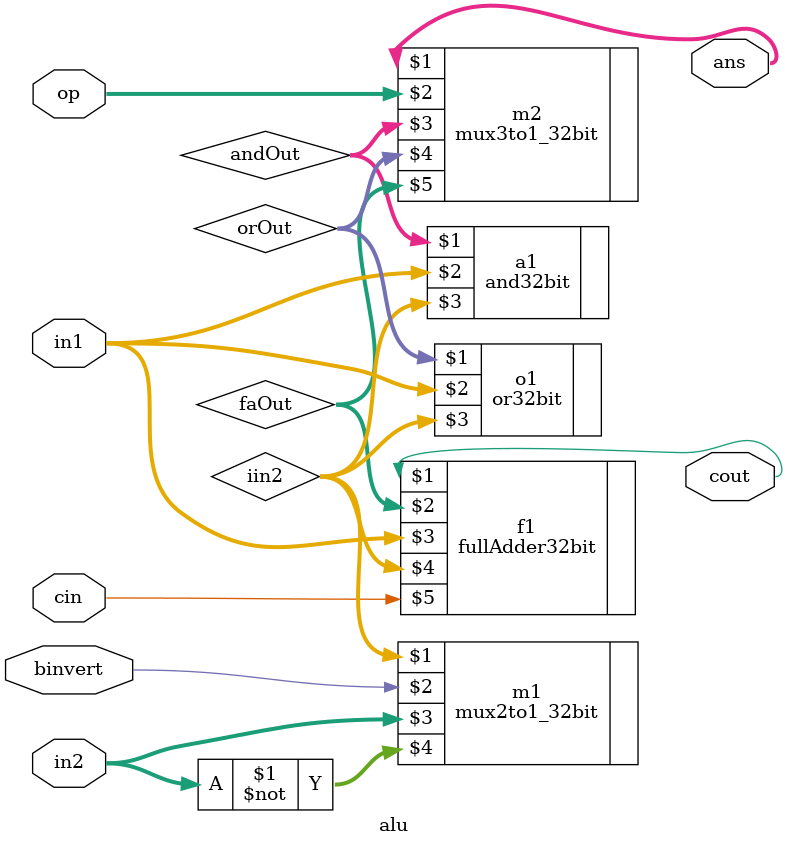
<source format=v>
`include "mux2to1_32bit.v"
`include "mux3to1_32bit.v"
`include "and32bit.v"
`include "or32bit.v"
`include "fullAdder32bit.v"

module alu(output cout, output [31:0] ans, input [1:0] op, input binvert, input [31:0] in1,
            input [31:0] in2, input cin);
    wire [31:0] andOut, orOut, faOut, iin2;
    mux2to1_32bit m1(iin2, binvert, in2, ~in2);
    and32bit a1(andOut, in1, iin2);
    or32bit o1(orOut, in1, iin2);
    fullAdder32bit f1(cout, faOut, in1, iin2, cin);
    mux3to1_32bit m2(ans, op, andOut, orOut, faOut);
endmodule
</source>
